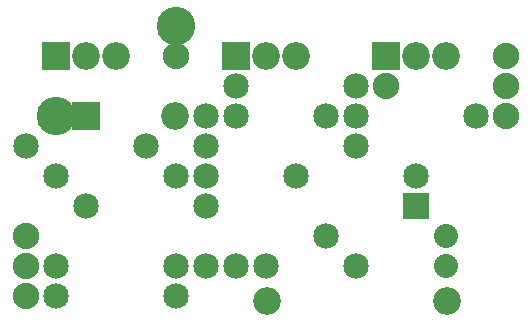
<source format=gbs>
G04 MADE WITH FRITZING*
G04 WWW.FRITZING.ORG*
G04 SINGLE SIDED*
G04 HOLES NOT PLATED*
G04 CONTOUR ON CENTER OF CONTOUR VECTOR*
%ASAXBY*%
%FSLAX23Y23*%
%MOIN*%
%OFA0B0*%
%SFA1.0B1.0*%
%ADD10C,0.080000*%
%ADD11C,0.085000*%
%ADD12C,0.092000*%
%ADD13C,0.128110*%
%ADD14C,0.088000*%
%ADD15R,0.092000X0.092000*%
%ADD16R,0.085000X0.085000*%
%LNMASK0*%
G90*
G70*
G54D10*
X1508Y387D03*
X1508Y287D03*
G54D11*
X808Y787D03*
X1008Y587D03*
G54D12*
X308Y787D03*
X606Y787D03*
X1308Y987D03*
X1408Y987D03*
X1508Y987D03*
G54D11*
X1408Y487D03*
X1408Y587D03*
G54D13*
X208Y787D03*
X208Y787D03*
G54D14*
X1708Y987D03*
X1708Y987D03*
X1708Y787D03*
X1708Y787D03*
X108Y387D03*
X108Y387D03*
X108Y287D03*
X108Y287D03*
X1708Y887D03*
X1708Y887D03*
X608Y987D03*
X608Y987D03*
G54D13*
X608Y1087D03*
X608Y1087D03*
G54D14*
X1308Y887D03*
X1308Y887D03*
X108Y187D03*
G54D11*
X1208Y787D03*
X1608Y787D03*
X608Y187D03*
X208Y187D03*
G54D12*
X911Y170D03*
X1511Y170D03*
G54D11*
X1208Y887D03*
X808Y887D03*
X508Y687D03*
X108Y687D03*
X1208Y287D03*
X1208Y687D03*
X208Y287D03*
X608Y287D03*
X308Y487D03*
X708Y487D03*
X1108Y787D03*
X1108Y387D03*
X208Y587D03*
X608Y587D03*
G54D12*
X808Y987D03*
X908Y987D03*
X1008Y987D03*
X208Y987D03*
X308Y987D03*
X408Y987D03*
G54D11*
X708Y287D03*
X808Y287D03*
X908Y287D03*
X708Y587D03*
X708Y687D03*
X708Y787D03*
G54D15*
X307Y787D03*
X1308Y987D03*
G54D16*
X1408Y487D03*
G54D15*
X808Y987D03*
X208Y987D03*
G04 End of Mask0*
M02*
</source>
